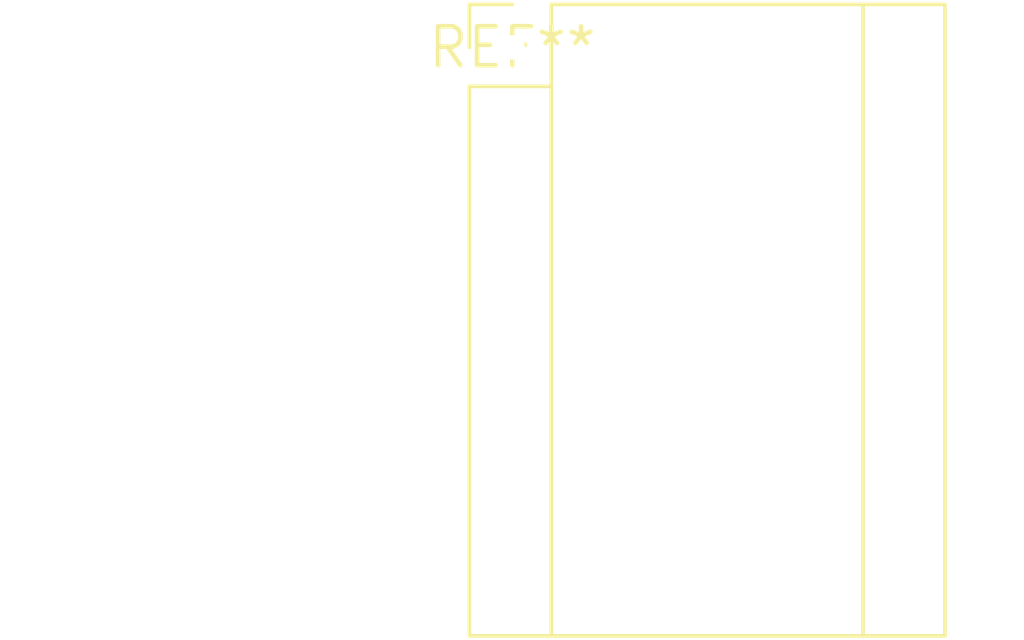
<source format=kicad_pcb>
(kicad_pcb (version 20240108) (generator pcbnew)
  (layers (0 "F.Cu" signal) (31 "B.Cu" signal) (34 "B.Paste" user) (35 "F.Paste" user) (36 "B.SilkS" user "B.Silkscreen") (37 "F.SilkS" user "F.Silkscreen") (38 "B.Mask" user) (39 "F.Mask" user) (44 "Edge.Cuts" user))
  (net 0 "")
  (footprint "Pololu_Breakout-16_15.2x20.3mm" (layer "F.Cu") (at 0 0)
    (property "Reference" "REF**")
    (property "Value" "Pololu_Breakout-16_15.2x20.3mm")
    (fp_line (start -1.4 -1.4) (end -1.4 0) (layer "F.SilkS") (stroke (width 0.12)))
    (fp_line (start -1.4 1.27) (end -1.4 19.18) (layer "F.SilkS") (stroke (width 0.12)))
    (fp_line (start -1.4 19.18) (end 14.1 19.18) (layer "F.SilkS") (stroke (width 0.12)))
    (fp_line (start 0 -1.4) (end -1.4 -1.4) (layer "F.SilkS") (stroke (width 0.12)))
    (fp_line (start 1.27 -1.4) (end 1.27 1.27) (layer "F.SilkS") (stroke (width 0.12)))
    (fp_line (start 1.27 1.27) (end -1.4 1.27) (layer "F.SilkS") (stroke (width 0.12)))
    (fp_line (start 1.27 1.27) (end 1.27 19.18) (layer "F.SilkS") (stroke (width 0.12)))
    (fp_line (start 11.43 -1.4) (end 11.43 19.18) (layer "F.SilkS") (stroke (width 0.12)))
    (fp_line (start 14.1 -1.4) (end 1.27 -1.4) (layer "F.SilkS") (stroke (width 0.12)))
    (fp_line (start 14.1 19.18) (end 14.1 -1.4) (layer "F.SilkS") (stroke (width 0.12)))
    (pad "1" thru_hole rect (at 0 0) (size 1.6 1.6) (drill 0.8) (layers *.Cu *.Mask) (remove_unused_layers))
    (pad "2" thru_hole oval (at 0 2.54) (size 1.6 1.6) (drill 0.8) (layers *.Cu *.Mask) (remove_unused_layers))
    (pad "3" thru_hole oval (at 0 5.08) (size 1.6 1.6) (drill 0.8) (layers *.Cu *.Mask) (remove_unused_layers))
    (pad "4" thru_hole oval (at 0 7.62) (size 1.6 1.6) (drill 0.8) (layers *.Cu *.Mask) (remove_unused_layers))
    (pad "5" thru_hole oval (at 0 10.16) (size 1.6 1.6) (drill 0.8) (layers *.Cu *.Mask) (remove_unused_layers))
    (pad "6" thru_hole oval (at 0 12.7) (size 1.6 1.6) (drill 0.8) (layers *.Cu *.Mask) (remove_unused_layers))
    (pad "7" thru_hole oval (at 0 15.24) (size 1.6 1.6) (drill 0.8) (layers *.Cu *.Mask) (remove_unused_layers))
    (pad "8" thru_hole oval (at 0 17.78) (size 1.6 1.6) (drill 0.8) (layers *.Cu *.Mask) (remove_unused_layers))
    (pad "9" thru_hole oval (at 12.7 17.78) (size 1.6 1.6) (drill 0.8) (layers *.Cu *.Mask) (remove_unused_layers))
    (pad "10" thru_hole oval (at 12.7 15.24) (size 1.6 1.6) (drill 0.8) (layers *.Cu *.Mask) (remove_unused_layers))
    (pad "11" thru_hole oval (at 12.7 12.7) (size 1.6 1.6) (drill 0.8) (layers *.Cu *.Mask) (remove_unused_layers))
    (pad "12" thru_hole oval (at 12.7 10.16) (size 1.6 1.6) (drill 0.8) (layers *.Cu *.Mask) (remove_unused_layers))
    (pad "13" thru_hole oval (at 12.7 7.62) (size 1.6 1.6) (drill 0.8) (layers *.Cu *.Mask) (remove_unused_layers))
    (pad "14" thru_hole oval (at 12.7 5.08) (size 1.6 1.6) (drill 0.8) (layers *.Cu *.Mask) (remove_unused_layers))
    (pad "15" thru_hole oval (at 12.7 2.54) (size 1.6 1.6) (drill 0.8) (layers *.Cu *.Mask) (remove_unused_layers))
    (pad "16" thru_hole oval (at 12.7 0) (size 1.6 1.6) (drill 0.8) (layers *.Cu *.Mask) (remove_unused_layers))
  )
)
</source>
